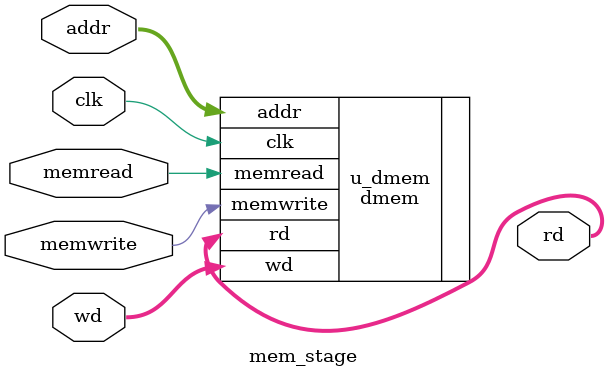
<source format=sv>
module mem_stage (
    input  logic        clk,
    input  logic        memread,
    input  logic        memwrite,
    input  logic [31:0] addr,
    input  logic [31:0] wd,
    output logic [31:0] rd
);
    dmem u_dmem (
        .clk      (clk),
        .addr     (addr),
        .wd       (wd),
        .memread  (memread),
        .memwrite (memwrite),
        .rd       (rd)
    );
    always_ff @(posedge clk) begin

end
endmodule

</source>
